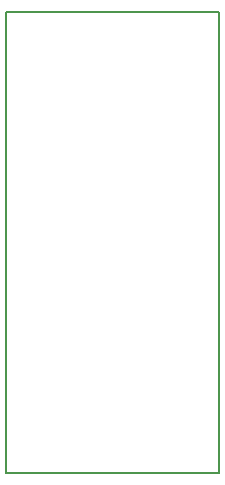
<source format=gbr>
G04 #@! TF.FileFunction,Profile,NP*
%FSLAX46Y46*%
G04 Gerber Fmt 4.6, Leading zero omitted, Abs format (unit mm)*
G04 Created by KiCad (PCBNEW (after 2015-mar-04 BZR unknown)-product) date Wed 31 Aug 2016 09:31:40 AM PDT*
%MOMM*%
G01*
G04 APERTURE LIST*
%ADD10C,0.150000*%
G04 APERTURE END LIST*
D10*
X118000000Y-98000000D02*
X100000000Y-98000000D01*
X118000000Y-137000000D02*
X118000000Y-98000000D01*
X100000000Y-137000000D02*
X118000000Y-137000000D01*
X100000000Y-98000000D02*
X100000000Y-137000000D01*
M02*

</source>
